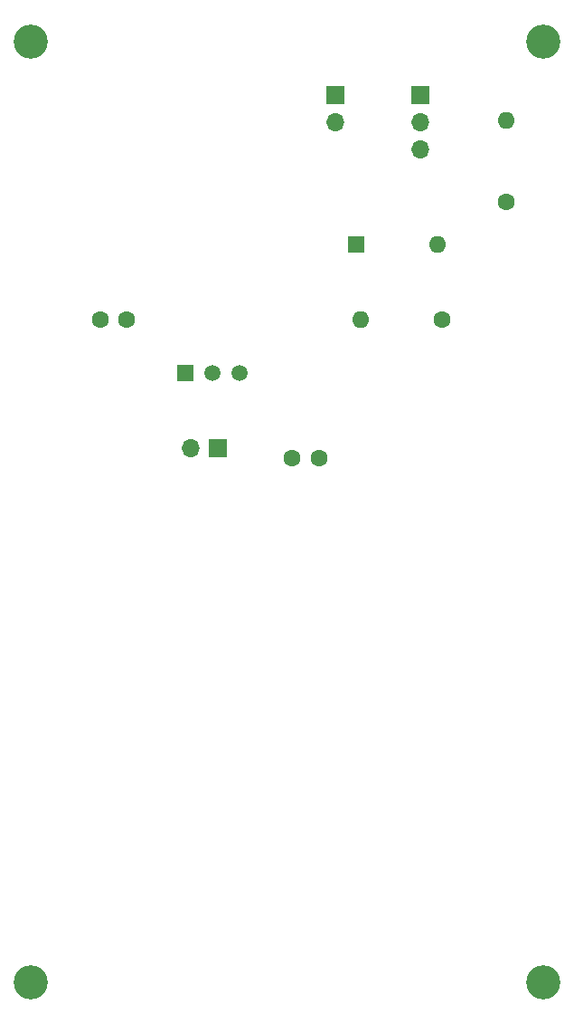
<source format=gbr>
%TF.GenerationSoftware,KiCad,Pcbnew,4.0.7*%
%TF.CreationDate,2018-04-16T11:03:50-07:00*%
%TF.ProjectId,ds18b20board,64733138623230626F6172642E6B6963,rev?*%
%TF.FileFunction,Soldermask,Bot*%
%FSLAX46Y46*%
G04 Gerber Fmt 4.6, Leading zero omitted, Abs format (unit mm)*
G04 Created by KiCad (PCBNEW 4.0.7) date 04/16/18 11:03:50*
%MOMM*%
%LPD*%
G01*
G04 APERTURE LIST*
%ADD10C,0.100000*%
%ADD11C,1.600000*%
%ADD12C,1.520000*%
%ADD13R,1.520000X1.520000*%
%ADD14R,1.700000X1.700000*%
%ADD15O,1.700000X1.700000*%
%ADD16O,1.600000X1.600000*%
%ADD17R,1.600000X1.600000*%
%ADD18C,3.200000*%
G04 APERTURE END LIST*
D10*
D11*
X128000000Y-92500000D03*
X130500000Y-92500000D03*
X110000000Y-79500000D03*
X112500000Y-79500000D03*
D12*
X120540000Y-84500000D03*
X123080000Y-84500000D03*
D13*
X118000000Y-84500000D03*
D14*
X121000000Y-91500000D03*
D15*
X118460000Y-91500000D03*
D14*
X132000000Y-58500000D03*
D15*
X132000000Y-61040000D03*
D14*
X140000000Y-58500000D03*
D15*
X140000000Y-61040000D03*
X140000000Y-63580000D03*
D11*
X142000000Y-79500000D03*
D16*
X134380000Y-79500000D03*
D11*
X148000000Y-68500000D03*
D16*
X148000000Y-60880000D03*
D17*
X134000000Y-72500000D03*
D16*
X141620000Y-72500000D03*
D18*
X103500000Y-53500000D03*
X151500000Y-53500000D03*
X151500000Y-141500000D03*
X103500000Y-141500000D03*
M02*

</source>
